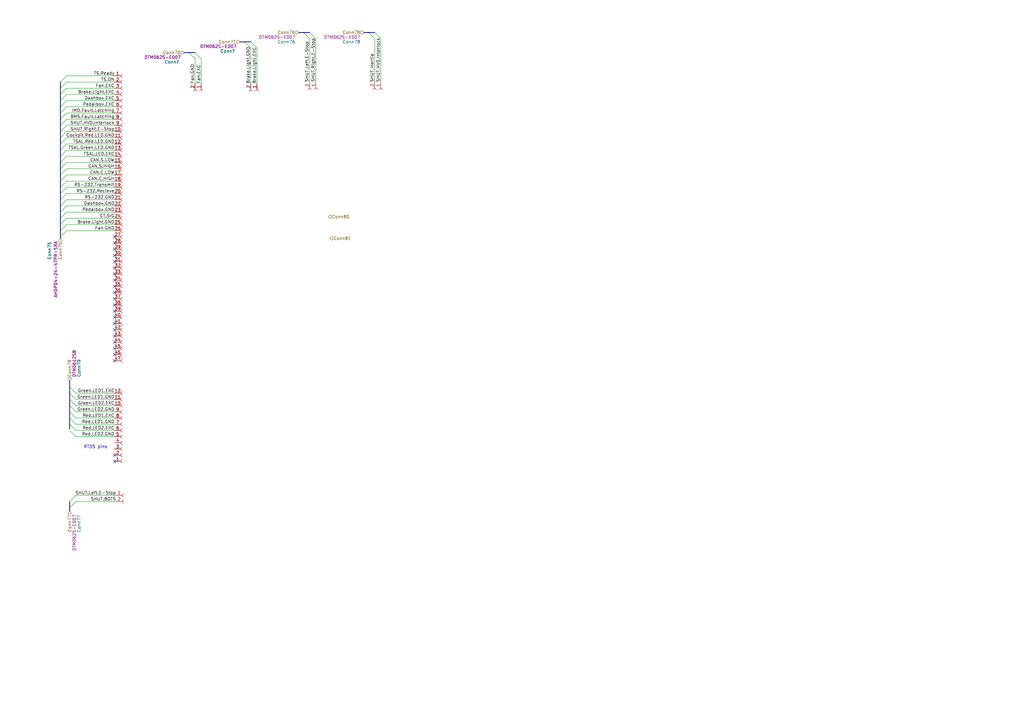
<source format=kicad_sch>
(kicad_sch (version 20230121) (generator eeschema)
  (paper "A3")
  (title_block (comment 4 "24-E04-403"))
  (lib_symbols
    (symbol "Connectors_SUFST:AMPHENOL-47P-Recepticle"
      (property "Reference" "Conn" (at 0 0.635 0))
      (property "P/N" "AHDP04-24-47PR-SRA" (at 0 0 0))
      (symbol "AMPHENOL-47P-Recepticle_0_1"
        (arc (start -2.5368 -119.3807) (mid -1.9833 -118.7463) (end -2.5355 -118.1107))
        (arc (start -2.5368 -114.3007) (mid -1.9833 -113.6663) (end -2.5355 -113.0307))
        (arc (start -2.5368 -109.2207) (mid -1.9833 -108.5863) (end -2.5355 -107.9507))
        (arc (start -2.5368 -104.1407) (mid -1.9833 -103.5063) (end -2.5355 -102.8707))
        (arc (start -2.5368 -99.0607) (mid -1.9833 -98.4263) (end -2.5355 -97.7907))
        (arc (start -2.5368 -93.9807) (mid -1.9833 -93.3463) (end -2.5355 -92.7107))
        (arc (start -2.5368 -88.9007) (mid -1.9833 -88.2663) (end -2.5355 -87.6307))
        (arc (start -2.5368 -83.8207) (mid -1.9833 -83.1863) (end -2.5355 -82.5507))
        (arc (start -2.5368 -78.7407) (mid -1.9833 -78.1063) (end -2.5355 -77.4707))
        (arc (start -2.5368 -73.6607) (mid -1.9833 -73.0263) (end -2.5355 -72.3907))
        (arc (start -2.5368 -68.5807) (mid -1.9833 -67.9463) (end -2.5355 -67.3107))
        (arc (start -2.5368 -63.5007) (mid -1.9833 -62.8663) (end -2.5355 -62.2307))
        (arc (start -2.5368 -58.4207) (mid -1.9833 -57.7863) (end -2.5355 -57.1507))
        (arc (start -2.5368 -53.3407) (mid -1.9833 -52.7063) (end -2.5355 -52.0707))
        (arc (start -2.5368 -48.2607) (mid -1.9833 -47.6263) (end -2.5355 -46.9907))
        (arc (start -2.5368 -43.1807) (mid -1.9833 -42.5463) (end -2.5355 -41.9107))
        (arc (start -2.5368 -38.1007) (mid -1.9833 -37.4663) (end -2.5355 -36.8307))
        (arc (start -2.5368 -33.0207) (mid -1.9833 -32.3863) (end -2.5355 -31.7507))
        (arc (start -2.5368 -27.9407) (mid -1.9833 -27.3063) (end -2.5355 -26.6707))
        (arc (start -2.5368 -22.8607) (mid -1.9833 -22.2263) (end -2.5355 -21.5907))
        (arc (start -2.5368 -17.7807) (mid -1.9833 -17.1463) (end -2.5355 -16.5107))
        (arc (start -2.5368 -12.7007) (mid -1.9833 -12.0663) (end -2.5355 -11.4307))
        (arc (start -2.5368 -7.6207) (mid -1.9833 -6.9863) (end -2.5355 -6.3507))
        (arc (start -2.5368 -2.5407) (mid -1.9833 -1.9063) (end -2.5355 -1.2707))
        (arc (start -2.4524 -116.8401) (mid -1.8989 -116.2057) (end -2.4511 -115.5701))
        (arc (start -2.4524 -111.7601) (mid -1.8989 -111.1257) (end -2.4511 -110.4901))
        (arc (start -2.4524 -106.6801) (mid -1.8989 -106.0457) (end -2.4511 -105.4101))
        (arc (start -2.4524 -101.6001) (mid -1.8989 -100.9657) (end -2.4511 -100.3301))
        (arc (start -2.4524 -96.5201) (mid -1.8989 -95.8857) (end -2.4511 -95.2501))
        (arc (start -2.4524 -91.4401) (mid -1.8989 -90.8057) (end -2.4511 -90.1701))
        (arc (start -2.4524 -86.3601) (mid -1.8989 -85.7257) (end -2.4511 -85.0901))
        (arc (start -2.4524 -81.2801) (mid -1.8989 -80.6457) (end -2.4511 -80.0101))
        (arc (start -2.4524 -76.2001) (mid -1.8989 -75.5657) (end -2.4511 -74.9301))
        (arc (start -2.4524 -71.1201) (mid -1.8989 -70.4857) (end -2.4511 -69.8501))
        (arc (start -2.4524 -66.0401) (mid -1.8989 -65.4057) (end -2.4511 -64.7701))
        (arc (start -2.4524 -60.9601) (mid -1.8989 -60.3257) (end -2.4511 -59.6901))
        (arc (start -2.4524 -55.8801) (mid -1.8989 -55.2457) (end -2.4511 -54.6101))
        (arc (start -2.4524 -50.8001) (mid -1.8989 -50.1657) (end -2.4511 -49.5301))
        (arc (start -2.4524 -45.7201) (mid -1.8989 -45.0857) (end -2.4511 -44.4501))
        (arc (start -2.4524 -40.6401) (mid -1.8989 -40.0057) (end -2.4511 -39.3701))
        (arc (start -2.4524 -35.5601) (mid -1.8989 -34.9257) (end -2.4511 -34.2901))
        (arc (start -2.4524 -30.4801) (mid -1.8989 -29.8457) (end -2.4511 -29.2101))
        (arc (start -2.4524 -25.4001) (mid -1.8989 -24.7657) (end -2.4511 -24.1301))
        (arc (start -2.4524 -20.3201) (mid -1.8989 -19.6857) (end -2.4511 -19.0501))
        (arc (start -2.4524 -15.2401) (mid -1.8989 -14.6057) (end -2.4511 -13.9701))
        (arc (start -2.4524 -10.1601) (mid -1.8989 -9.5257) (end -2.4511 -8.8901))
        (arc (start -2.4524 -5.0801) (mid -1.8989 -4.4457) (end -2.4511 -3.8101))
      )
      (symbol "AMPHENOL-47P-Recepticle_1_1"
        (pin input line (at 0.635 -1.905 180) (length 2.54) (name "") (number "1"))
        (pin input line (at 0.635 -24.765 180) (length 2.54) (name "") (number "10"))
        (pin input line (at 0.635 -27.305 180) (length 2.54) (name "") (number "11"))
        (pin input line (at 0.635 -29.845 180) (length 2.54) (name "") (number "12"))
        (pin input line (at 0.635 -32.385 180) (length 2.54) (name "") (number "13"))
        (pin input line (at 0.635 -34.925 180) (length 2.54) (name "") (number "14"))
        (pin input line (at 0.635 -37.465 180) (length 2.54) (name "") (number "15"))
        (pin input line (at 0.635 -40.005 180) (length 2.54) (name "") (number "16"))
        (pin input line (at 0.635 -42.545 180) (length 2.54) (name "") (number "17"))
        (pin input line (at 0.635 -45.085 180) (length 2.54) (name "") (number "18"))
        (pin input line (at 0.635 -47.625 180) (length 2.54) (name "") (number "19"))
        (pin input line (at 0.635 -4.445 180) (length 2.54) (name "") (number "2"))
        (pin input line (at 0.635 -50.165 180) (length 2.54) (name "") (number "20"))
        (pin input line (at 0.635 -52.705 180) (length 2.54) (name "") (number "21"))
        (pin input line (at 0.635 -55.245 180) (length 2.54) (name "") (number "22"))
        (pin input line (at 0.635 -57.785 180) (length 2.54) (name "") (number "23"))
        (pin input line (at 0.635 -60.325 180) (length 2.54) (name "") (number "24"))
        (pin input line (at 0.635 -62.865 180) (length 2.54) (name "") (number "25"))
        (pin input line (at 0.635 -65.405 180) (length 2.54) (name "") (number "26"))
        (pin input line (at 0.635 -67.945 180) (length 2.54) (name "") (number "27"))
        (pin input line (at 0.635 -70.485 180) (length 2.54) (name "") (number "28"))
        (pin input line (at 0.635 -73.025 180) (length 2.54) (name "") (number "29"))
        (pin input line (at 0.635 -6.985 180) (length 2.54) (name "") (number "3"))
        (pin input line (at 0.635 -75.565 180) (length 2.54) (name "") (number "30"))
        (pin input line (at 0.635 -78.105 180) (length 2.54) (name "") (number "31"))
        (pin input line (at 0.635 -80.645 180) (length 2.54) (name "") (number "32"))
        (pin input line (at 0.635 -83.185 180) (length 2.54) (name "") (number "33"))
        (pin input line (at 0.635 -85.725 180) (length 2.54) (name "") (number "34"))
        (pin input line (at 0.635 -88.265 180) (length 2.54) (name "") (number "35"))
        (pin input line (at 0.635 -90.805 180) (length 2.54) (name "") (number "36"))
        (pin input line (at 0.635 -93.345 180) (length 2.54) (name "") (number "37"))
        (pin input line (at 0.635 -95.885 180) (length 2.54) (name "") (number "38"))
        (pin input line (at 0.635 -98.425 180) (length 2.54) (name "") (number "39"))
        (pin input line (at 0.635 -9.525 180) (length 2.54) (name "") (number "4"))
        (pin input line (at 0.635 -100.965 180) (length 2.54) (name "") (number "40"))
        (pin input line (at 0.635 -103.505 180) (length 2.54) (name "") (number "41"))
        (pin input line (at 0.635 -106.045 180) (length 2.54) (name "") (number "42"))
        (pin input line (at 0.635 -108.585 180) (length 2.54) (name "") (number "43"))
        (pin input line (at 0.635 -111.125 180) (length 2.54) (name "") (number "44"))
        (pin input line (at 0.635 -113.665 180) (length 2.54) (name "") (number "45"))
        (pin input line (at 0.635 -116.205 180) (length 2.54) (name "") (number "46"))
        (pin input line (at 0.635 -118.745 180) (length 2.54) (name "") (number "47"))
        (pin input line (at 0.635 -12.065 180) (length 2.54) (name "") (number "5"))
        (pin input line (at 0.635 -14.605 180) (length 2.54) (name "") (number "6"))
        (pin input line (at 0.635 -17.145 180) (length 2.54) (name "") (number "7"))
        (pin input line (at 0.635 -19.685 180) (length 2.54) (name "") (number "8"))
        (pin input line (at 0.635 -22.225 180) (length 2.54) (name "") (number "9"))
      )
    )
    (symbol "Connectors_SUFST:Deutsch_DTM_12S_Pin"
      (property "Reference" "Conn" (at 0 0.635 0))
      (property "P/N" "DTM0612SB" (at 0 0 0))
      (symbol "Deutsch_DTM_12S_Pin_0_1"
        (arc (start -2.5368 -27.9407) (mid -1.9833 -27.3063) (end -2.5355 -26.6707))
        (arc (start -2.5368 -22.8607) (mid -1.9833 -22.2263) (end -2.5355 -21.5907))
        (arc (start -2.5368 -17.7807) (mid -1.9833 -17.1463) (end -2.5355 -16.5107))
        (arc (start -2.5368 -12.7007) (mid -1.9833 -12.0663) (end -2.5355 -11.4307))
        (arc (start -2.5368 -7.6207) (mid -1.9833 -6.9863) (end -2.5355 -6.3507))
        (arc (start -2.5368 -2.5407) (mid -1.9833 -1.9063) (end -2.5355 -1.2707))
        (arc (start -2.4524 -30.4801) (mid -1.8989 -29.8457) (end -2.4511 -29.2101))
        (arc (start -2.4524 -25.4001) (mid -1.8989 -24.7657) (end -2.4511 -24.1301))
        (arc (start -2.4524 -20.3201) (mid -1.8989 -19.6857) (end -2.4511 -19.0501))
        (arc (start -2.4524 -15.2401) (mid -1.8989 -14.6057) (end -2.4511 -13.9701))
        (arc (start -2.4524 -10.1601) (mid -1.8989 -9.5257) (end -2.4511 -8.8901))
        (arc (start -2.4524 -5.0801) (mid -1.8989 -4.4457) (end -2.4511 -3.8101))
      )
      (symbol "Deutsch_DTM_12S_Pin_1_1"
        (pin input line (at 0.635 -29.845 180) (length 2.54) (name "") (number "1"))
        (pin input line (at 0.635 -6.985 180) (length 2.54) (name "") (number "10"))
        (pin input line (at 0.635 -4.445 180) (length 2.54) (name "") (number "11"))
        (pin input line (at 0.635 -1.905 180) (length 2.54) (name "") (number "12"))
        (pin input line (at 0.635 -27.305 180) (length 2.54) (name "") (number "2"))
        (pin input line (at 0.635 -24.765 180) (length 2.54) (name "") (number "3"))
        (pin input line (at 0.635 -22.225 180) (length 2.54) (name "") (number "4"))
        (pin input line (at 0.635 -19.685 180) (length 2.54) (name "") (number "5"))
        (pin input line (at 0.635 -17.145 180) (length 2.54) (name "") (number "6"))
        (pin input line (at 0.635 -14.605 180) (length 2.54) (name "") (number "7"))
        (pin input line (at 0.635 -12.065 180) (length 2.54) (name "") (number "8"))
        (pin input line (at 0.635 -9.525 180) (length 2.54) (name "") (number "9"))
      )
    )
    (symbol "Connectors_SUFST:Deutsch_DTM_2S_Pin"
      (property "Reference" "Conn" (at 0 0.635 0))
      (property "P/N" "DTM062S-E007" (at 0 0 0))
      (symbol "Deutsch_DTM_2S_Pin_0_1"
        (arc (start -2.5368 -2.5407) (mid -1.9833 -1.9063) (end -2.5355 -1.2707))
        (arc (start -2.4524 -5.0801) (mid -1.8989 -4.4457) (end -2.4511 -3.8101))
      )
      (symbol "Deutsch_DTM_2S_Pin_1_1"
        (pin input line (at 0.635 -4.445 180) (length 2.54) (name "") (number "1"))
        (pin input line (at 0.635 -1.905 180) (length 2.54) (name "") (number "2"))
      )
    )
  )
  (no_connect (at 46.99 102.235))
  (no_connect (at 46.99 132.715))
  (no_connect (at 46.99 117.475))
  (no_connect (at 46.99 97.155))
  (no_connect (at 46.99 127.635))
  (no_connect (at 46.99 142.875))
  (no_connect (at 46.99 130.175))
  (no_connect (at 46.99 114.935))
  (no_connect (at 46.99 147.955))
  (no_connect (at 46.99 99.695))
  (no_connect (at 46.99 140.335))
  (no_connect (at 46.99 186.69))
  (no_connect (at 46.99 125.095))
  (no_connect (at 46.99 145.415))
  (no_connect (at 46.99 104.775))
  (no_connect (at 46.99 112.395))
  (no_connect (at 46.99 109.855))
  (no_connect (at 46.99 189.23))
  (no_connect (at 46.99 107.315))
  (no_connect (at 46.99 137.795))
  (no_connect (at 46.99 120.015))
  (no_connect (at 46.99 122.555))
  (no_connect (at 46.99 135.255))
  (bus_entry (at 27.305 89.535) (size -2.54 2.54))
  (bus_entry (at 127 13.335) (size 2.54 2.54))
  (bus_entry (at 27.305 92.075) (size -2.54 2.54))
  (bus_entry (at 27.305 81.915) (size -2.54 2.54))
  (bus_entry (at 27.305 66.675) (size -2.54 2.54))
  (bus_entry (at 28.575 173.99) (size 2.54 2.54))
  (bus_entry (at 151.13 13.335) (size 2.54 2.54))
  (bus_entry (at 102.87 19.685) (size -2.54 -2.54))
  (bus_entry (at 27.305 36.195) (size -2.54 2.54))
  (bus_entry (at 27.305 38.735) (size -2.54 2.54))
  (bus_entry (at 77.47 21.59) (size 2.54 2.54))
  (bus_entry (at 27.305 79.375) (size -2.54 2.54))
  (bus_entry (at 28.575 171.45) (size 2.54 2.54))
  (bus_entry (at 27.305 94.615) (size -2.54 2.54))
  (bus_entry (at 80.01 21.59) (size 2.54 2.54))
  (bus_entry (at 27.305 84.455) (size -2.54 2.54))
  (bus_entry (at 27.305 33.655) (size -2.54 2.54))
  (bus_entry (at 124.46 13.335) (size 2.54 2.54))
  (bus_entry (at 27.305 56.515) (size -2.54 2.54))
  (bus_entry (at 28.575 161.29) (size 2.54 2.54))
  (bus_entry (at 27.305 74.295) (size -2.54 2.54))
  (bus_entry (at 28.575 163.83) (size 2.54 2.54))
  (bus_entry (at 27.305 64.135) (size -2.54 2.54))
  (bus_entry (at 27.305 48.895) (size -2.54 2.54))
  (bus_entry (at 28.575 166.37) (size 2.54 2.54))
  (bus_entry (at 28.575 176.53) (size 2.54 2.54))
  (bus_entry (at 27.305 41.275) (size -2.54 2.54))
  (bus_entry (at 28.575 168.91) (size 2.54 2.54))
  (bus_entry (at 27.305 53.975) (size -2.54 2.54))
  (bus_entry (at 27.305 69.215) (size -2.54 2.54))
  (bus_entry (at 27.305 61.595) (size -2.54 2.54))
  (bus_entry (at 28.575 205.74) (size 2.54 -2.54))
  (bus_entry (at 105.41 19.685) (size -2.54 -2.54))
  (bus_entry (at 27.305 51.435) (size -2.54 2.54))
  (bus_entry (at 27.305 46.355) (size -2.54 2.54))
  (bus_entry (at 27.305 76.835) (size -2.54 2.54))
  (bus_entry (at 28.575 208.28) (size 2.54 -2.54))
  (bus_entry (at 27.305 86.995) (size -2.54 2.54))
  (bus_entry (at 153.67 13.335) (size 2.54 2.54))
  (bus_entry (at 27.305 59.055) (size -2.54 2.54))
  (bus_entry (at 27.305 71.755) (size -2.54 2.54))
  (bus_entry (at 27.305 31.115) (size -2.54 2.54))
  (bus_entry (at 24.765 46.355) (size 2.54 -2.54))
  (bus_entry (at 28.575 158.75) (size 2.54 2.54))
  (wire (pts (xy 31.115 176.53) (xy 46.99 176.53)))
  (bus (pts (xy 28.575 158.75) (xy 28.575 161.29)))
  (bus (pts (xy 24.765 86.995) (xy 24.765 89.535)))
  (wire (pts (xy 129.54 15.875) (xy 129.54 33.655)))
  (wire (pts (xy 46.99 84.455) (xy 27.305 84.455)))
  (wire (pts (xy 46.99 53.975) (xy 27.305 53.975)))
  (bus (pts (xy 77.47 21.59) (xy 80.01 21.59)))
  (wire (pts (xy 46.99 64.135) (xy 27.305 64.135)))
  (bus (pts (xy 24.765 92.075) (xy 24.765 94.615)))
  (wire (pts (xy 31.115 203.2) (xy 47.625 203.2)))
  (wire (pts (xy 46.99 33.655) (xy 27.305 33.655)))
  (wire (pts (xy 31.115 173.99) (xy 46.99 173.99)))
  (bus (pts (xy 149.225 13.335) (xy 151.13 13.335)))
  (bus (pts (xy 28.575 171.45) (xy 28.575 173.99)))
  (bus (pts (xy 24.765 74.295) (xy 24.765 76.835)))
  (wire (pts (xy 46.99 59.055) (xy 27.305 59.055)))
  (bus (pts (xy 24.765 51.435) (xy 24.765 53.975)))
  (wire (pts (xy 46.99 74.295) (xy 27.305 74.295)))
  (wire (pts (xy 31.115 166.37) (xy 46.99 166.37)))
  (wire (pts (xy 80.01 24.13) (xy 80.01 34.29)))
  (wire (pts (xy 46.99 38.735) (xy 27.305 38.735)))
  (wire (pts (xy 31.115 171.45) (xy 46.99 171.45)))
  (bus (pts (xy 28.575 163.83) (xy 28.575 166.37)))
  (bus (pts (xy 98.425 17.145) (xy 100.33 17.145)))
  (bus (pts (xy 24.765 76.835) (xy 24.765 79.375)))
  (wire (pts (xy 31.115 161.29) (xy 46.99 161.29)))
  (bus (pts (xy 28.575 168.91) (xy 28.575 171.45)))
  (bus (pts (xy 75.565 21.59) (xy 77.47 21.59)))
  (bus (pts (xy 24.765 33.655) (xy 24.765 36.195)))
  (wire (pts (xy 46.99 81.915) (xy 27.305 81.915)))
  (wire (pts (xy 46.99 36.195) (xy 27.305 36.195)))
  (bus (pts (xy 28.575 205.74) (xy 28.575 208.28)))
  (wire (pts (xy 46.99 66.675) (xy 27.305 66.675)))
  (wire (pts (xy 46.99 86.995) (xy 27.305 86.995)))
  (bus (pts (xy 24.765 79.375) (xy 24.765 81.915)))
  (wire (pts (xy 31.115 179.07) (xy 46.99 179.07)))
  (wire (pts (xy 31.115 205.74) (xy 47.625 205.74)))
  (wire (pts (xy 46.99 48.895) (xy 27.305 48.895)))
  (bus (pts (xy 24.765 38.735) (xy 24.765 41.275)))
  (bus (pts (xy 24.765 61.595) (xy 24.765 64.135)))
  (wire (pts (xy 46.99 31.115) (xy 27.305 31.115)))
  (bus (pts (xy 24.765 64.135) (xy 24.765 66.675)))
  (bus (pts (xy 24.765 89.535) (xy 24.765 92.075)))
  (wire (pts (xy 46.99 89.535) (xy 27.305 89.535)))
  (bus (pts (xy 24.765 46.355) (xy 24.765 48.895)))
  (bus (pts (xy 24.765 71.755) (xy 24.765 74.295)))
  (bus (pts (xy 28.575 166.37) (xy 28.575 168.91)))
  (bus (pts (xy 28.575 208.28) (xy 28.575 209.55)))
  (bus (pts (xy 151.13 13.335) (xy 153.67 13.335)))
  (wire (pts (xy 46.99 71.755) (xy 27.305 71.755)))
  (bus (pts (xy 24.765 81.915) (xy 24.765 84.455)))
  (wire (pts (xy 46.99 69.215) (xy 27.305 69.215)))
  (wire (pts (xy 31.115 163.83) (xy 46.99 163.83)))
  (bus (pts (xy 28.575 173.99) (xy 28.575 175.895)))
  (bus (pts (xy 24.765 56.515) (xy 24.765 59.055)))
  (bus (pts (xy 100.33 17.145) (xy 102.87 17.145)))
  (bus (pts (xy 24.765 59.055) (xy 24.765 61.595)))
  (wire (pts (xy 27.305 94.615) (xy 46.99 94.615)))
  (wire (pts (xy 46.99 56.515) (xy 27.305 56.515)))
  (bus (pts (xy 24.765 41.275) (xy 24.765 43.815)))
  (wire (pts (xy 82.55 24.13) (xy 82.55 34.29)))
  (bus (pts (xy 24.765 48.895) (xy 24.765 51.435)))
  (bus (pts (xy 122.555 13.335) (xy 124.46 13.335)))
  (bus (pts (xy 24.765 43.815) (xy 24.765 46.355)))
  (wire (pts (xy 27.305 92.075) (xy 46.99 92.075)))
  (bus (pts (xy 28.575 161.29) (xy 28.575 163.83)))
  (bus (pts (xy 24.765 53.975) (xy 24.765 56.515)))
  (bus (pts (xy 24.765 84.455) (xy 24.765 86.995)))
  (bus (pts (xy 24.765 94.615) (xy 24.765 97.155)))
  (wire (pts (xy 46.99 61.595) (xy 27.305 61.595)))
  (wire (pts (xy 31.115 168.91) (xy 46.99 168.91)))
  (wire (pts (xy 105.41 19.685) (xy 105.41 34.29)))
  (wire (pts (xy 46.99 43.815) (xy 27.305 43.815)))
  (wire (pts (xy 153.67 15.875) (xy 153.67 33.655)))
  (bus (pts (xy 24.765 97.155) (xy 24.765 97.79)))
  (wire (pts (xy 102.87 19.685) (xy 102.87 34.29)))
  (wire (pts (xy 46.99 76.835) (xy 27.305 76.835)))
  (bus (pts (xy 24.765 36.195) (xy 24.765 38.735)))
  (wire (pts (xy 46.99 46.355) (xy 27.305 46.355)))
  (bus (pts (xy 124.46 13.335) (xy 127 13.335)))
  (wire (pts (xy 127 15.875) (xy 127 33.655)))
  (wire (pts (xy 156.21 15.875) (xy 156.21 33.655)))
  (bus (pts (xy 24.765 69.215) (xy 24.765 71.755)))
  (wire (pts (xy 46.99 41.275) (xy 27.305 41.275)))
  (wire (pts (xy 46.99 51.435) (xy 27.305 51.435)))
  (wire (pts (xy 46.99 79.375) (xy 27.305 79.375)))
  (bus (pts (xy 28.575 156.21) (xy 28.575 158.75)))
  (bus (pts (xy 24.765 66.675) (xy 24.765 69.215)))
  (text "RTDS pins" (at 34.29 184.15 0) (effects (font (size 1.27 1.27)) (justify left bottom)))
  (label "Fan.GND" (at 46.99 94.615 180))
  (label "RS-232.Transmit" (at 46.99 76.835 180))
  (label "Green.LED2.EXC" (at 46.99 166.37 180))
  (label "RS-232.Recieve" (at 46.99 79.375 180))
  (label "Fan.GND" (at 80.01 34.29 90))
  (label "BMS.Fault.Latching" (at 46.99 48.895 180))
  (label "IMD.Fault.Latching" (at 46.99 46.355 180))
  (label "Red.LED2.EXC" (at 46.99 176.53 180))
  (label "Fan.EXC" (at 82.55 34.29 90))
  (label "Green.LED1.GND" (at 46.99 163.83 180))
  (label "SHUT.Left.E-Stop" (at 47.625 203.2 180))
  (label "Cockpit.Red.LED.GND" (at 46.99 56.515 180))
  (label "CAN.S.HIGH" (at 46.99 69.215 180))
  (label "TSAL.Green.LED.GND" (at 46.99 61.595 180))
  (label "TS.ON" (at 46.99 33.655 180))
  (label "SHUT.Left.E-Stop" (at 127 33.655 90))
  (label "Brake.Light.EXC" (at 46.99 38.735 180))
  (label "RS-232.GND" (at 46.99 81.915 180))
  (label "Pedalbox.EXC" (at 46.99 43.815 180))
  (label "SHUT.BOTS" (at 47.625 205.74 180))
  (label "CAN.C.LOW" (at 46.99 71.755 180))
  (label "Pedalbox.GND" (at 46.99 86.995 180))
  (label "Dashbox.EXC" (at 46.99 41.275 180))
  (label "SHUT.Right.E-Stop" (at 129.54 33.655 90))
  (label "CAN.C.HIGH" (at 46.99 74.295 180))
  (label "Green.LED1.EXC" (at 46.99 161.29 180))
  (label "Green.LED2.GND" (at 46.99 168.91 180))
  (label "Red.LED1.EXC" (at 46.99 171.45 180))
  (label "TSAL.Red.LED.GND" (at 46.99 59.055 180))
  (label "CT.SIG" (at 46.99 89.535 180))
  (label "Brake.Light.GND" (at 102.87 34.29 90))
  (label "TSAL.LED.EXC" (at 46.99 64.135 180))
  (label "SHUT.Right.E-Stop" (at 46.99 53.975 180))
  (label "Brake.Light.EXC" (at 105.41 34.29 90))
  (label "Dashbox.GND" (at 46.99 84.455 180))
  (label "SHUT.HVD.Interlock" (at 46.99 51.435 180))
  (label "TS.Ready" (at 46.99 31.115 180))
  (label "SHUT.Inertia" (at 153.67 33.655 90))
  (label "Fan.EXC" (at 46.99 36.195 180))
  (label "CAN.S.LOW" (at 46.99 66.675 180))
  (label "Red.LED1.GND" (at 46.99 173.99 180))
  (label "Brake.Light.GND" (at 46.99 92.075 180))
  (label "SHUT.HVD.Interlock" (at 156.21 33.655 90))
  (label "Red.LED2.GND" (at 46.99 179.07 180))
  (hierarchical_label "Conn75" (shape input) (at 24.765 97.79 270))
  (hierarchical_label "Conn70" (shape input) (at 75.565 21.59 180))
  (hierarchical_label "Conn71" (shape input) (at 98.425 17.145 180))
  (hierarchical_label "Conn79" (shape input) (at 28.575 156.21 90))
  (hierarchical_label "Conn80" (shape input) (at 134.62 88.9 0))
  (hierarchical_label "Conn78" (shape input) (at 149.225 13.335 180))
  (hierarchical_label "Conn77" (shape input) (at 28.575 209.55 270))
  (hierarchical_label "Conn76" (shape input) (at 122.555 13.335 180))
  (hierarchical_label "Conn81" (shape input) (at 135.255 97.79 0))
  (symbol (lib_id "Connectors_SUFST:AMPHENOL-47P-Recepticle") (at 47.625 29.21 0) (mirror y) (unit 1)
    (property "Reference" "Conn75" (at 20.32 102.87 90))
    (property "Value" "AMPHENOL-47P-Recepticle" (effects hide))
    (property "P/N" "AHDP04-24-47PR-SRA" (at 22.86 110.49 90))
  )
  (symbol (lib_id "Connectors_SUFST:Deutsch_DTM_2S_Pin") (at 48.26 207.645 180) (unit 1)
    (property "Reference" "Conn77" (at 32.385 218.44 90) (effects (justify right)))
    (property "Value" "Deutsch_DTM_2S_Pin" (effects hide))
    (property "P/N" "DTM062S-E007" (at 30.48 226.06 90) (effects (justify right)))
  )
  (symbol (lib_id "Connectors_SUFST:Deutsch_DTM_2S_Pin") (at 78.105 34.925 90) (unit 1)
    (property "Reference" "Conn?" (at 70.485 25.4 90))
    (property "Value" "Deutsch_DTM_2S_Pin" (effects hide))
    (property "P/N" "DTM062S-E007" (at 66.675 23.495 90))
    (instances (project "StagX" (path "" (reference "Conn?") (unit 1)) (path "" (reference "Conn70") (unit 1))))
  )
  (symbol (lib_id "Connectors_SUFST:Deutsch_DTM_12S_Pin") (at 47.625 159.385 0) (mirror y) (unit 1)
    (property "Reference" "Conn79" (at 32.385 147.32 90) (effects (justify right)))
    (property "Value" "Deutsch_DTM_12S_Pin" (effects hide))
    (property "P/N" "DTM0612SB" (at 30.48 143.51 90) (effects (justify right)))
  )
  (symbol (lib_id "Connectors_SUFST:Deutsch_DTM_2S_Pin") (at 100.965 34.925 90) (unit 1)
    (property "Reference" "Conn?" (at 93.345 20.955 90))
    (property "Value" "Deutsch_DTM_2S_Pin" (effects hide))
    (property "P/N" "DTM062S-E007" (at 89.535 19.05 90))
    (instances (project "StagX" (path "" (reference "Conn?") (unit 1)) (path "" (reference "Conn71") (unit 1))))
  )
  (symbol (lib_id "Connectors_SUFST:Deutsch_DTM_2S_Pin") (at 151.765 34.29 90) (unit 1)
    (property "Reference" "Conn78" (at 144.145 17.145 90))
    (property "Value" "Deutsch_DTM_2S_Pin" (effects hide))
    (property "P/N" "DTM062S-E007" (at 140.335 15.24 90))
  )
  (symbol (lib_id "Connectors_SUFST:Deutsch_DTM_2S_Pin") (at 125.095 34.29 90) (unit 1)
    (property "Reference" "Conn76" (at 117.475 17.145 90))
    (property "Value" "Deutsch_DTM_2S_Pin" (effects hide))
    (property "P/N" "DTM062S-E007" (at 113.665 15.24 90))
  )
)
</source>
